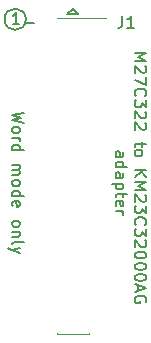
<source format=gbr>
%TF.GenerationSoftware,KiCad,Pcbnew,(6.0.7)*%
%TF.CreationDate,2022-08-07T18:47:51-07:00*%
%TF.ProjectId,M27C322-to-KM23C32000AG-adapter,4d323743-3332-4322-9d74-6f2d4b4d3233,rev?*%
%TF.SameCoordinates,Original*%
%TF.FileFunction,Legend,Top*%
%TF.FilePolarity,Positive*%
%FSLAX46Y46*%
G04 Gerber Fmt 4.6, Leading zero omitted, Abs format (unit mm)*
G04 Created by KiCad (PCBNEW (6.0.7)) date 2022-08-07 18:47:51*
%MOMM*%
%LPD*%
G01*
G04 APERTURE LIST*
G04 Aperture macros list*
%AMFreePoly0*
4,1,43,0.067453,0.524421,0.088820,0.521227,0.211929,0.484410,0.231542,0.475348,0.339368,0.405458,0.352846,0.393700,0.635000,0.393700,0.683980,0.375873,0.710042,0.330732,0.711200,0.317500,0.711200,-0.317500,0.693373,-0.366480,0.648232,-0.392542,0.635000,-0.393700,0.351531,-0.393700,0.345985,-0.399827,0.329361,-0.413629,0.219858,-0.480863,0.200030,-0.489443,0.076059,-0.523242,
0.054619,-0.525912,-0.073855,-0.523557,-0.095181,-0.520103,-0.217831,-0.481785,-0.237332,-0.472484,-0.344297,-0.401282,-0.352777,-0.393700,-0.635000,-0.393700,-0.683980,-0.375873,-0.710042,-0.330732,-0.711200,-0.317500,-0.711200,0.317500,-0.693373,0.366480,-0.648232,0.392542,-0.635000,0.393700,-0.352495,0.393700,-0.350843,0.395571,-0.334389,0.409574,-0.225716,0.478141,-0.205995,0.486962,
-0.082446,0.522273,-0.061040,0.525206,0.067453,0.524421,0.067453,0.524421,$1*%
G04 Aperture macros list end*
%ADD10C,0.150000*%
%ADD11C,0.120000*%
%ADD12FreePoly0,180.000000*%
%ADD13R,2.100000X0.750000*%
G04 APERTURE END LIST*
D10*
X149250000Y-67970000D02*
X148330000Y-67970000D01*
X148780000Y-67500000D02*
X149250000Y-67970000D01*
X144820001Y-68410000D02*
G75*
G03*
X144820001Y-68410000I-905097J0D01*
G01*
X144790000Y-68750000D02*
X145510000Y-68750000D01*
X148330000Y-67950000D02*
X148780000Y-67500000D01*
X154022619Y-71281428D02*
X155022619Y-71281428D01*
X154308333Y-71614761D01*
X155022619Y-71948095D01*
X154022619Y-71948095D01*
X154927380Y-72376666D02*
X154975000Y-72424285D01*
X155022619Y-72519523D01*
X155022619Y-72757619D01*
X154975000Y-72852857D01*
X154927380Y-72900476D01*
X154832142Y-72948095D01*
X154736904Y-72948095D01*
X154594047Y-72900476D01*
X154022619Y-72329047D01*
X154022619Y-72948095D01*
X155022619Y-73281428D02*
X155022619Y-73948095D01*
X154022619Y-73519523D01*
X154117857Y-74900476D02*
X154070238Y-74852857D01*
X154022619Y-74710000D01*
X154022619Y-74614761D01*
X154070238Y-74471904D01*
X154165476Y-74376666D01*
X154260714Y-74329047D01*
X154451190Y-74281428D01*
X154594047Y-74281428D01*
X154784523Y-74329047D01*
X154879761Y-74376666D01*
X154975000Y-74471904D01*
X155022619Y-74614761D01*
X155022619Y-74710000D01*
X154975000Y-74852857D01*
X154927380Y-74900476D01*
X155022619Y-75233809D02*
X155022619Y-75852857D01*
X154641666Y-75519523D01*
X154641666Y-75662380D01*
X154594047Y-75757619D01*
X154546428Y-75805238D01*
X154451190Y-75852857D01*
X154213095Y-75852857D01*
X154117857Y-75805238D01*
X154070238Y-75757619D01*
X154022619Y-75662380D01*
X154022619Y-75376666D01*
X154070238Y-75281428D01*
X154117857Y-75233809D01*
X154927380Y-76233809D02*
X154975000Y-76281428D01*
X155022619Y-76376666D01*
X155022619Y-76614761D01*
X154975000Y-76710000D01*
X154927380Y-76757619D01*
X154832142Y-76805238D01*
X154736904Y-76805238D01*
X154594047Y-76757619D01*
X154022619Y-76186190D01*
X154022619Y-76805238D01*
X154927380Y-77186190D02*
X154975000Y-77233809D01*
X155022619Y-77329047D01*
X155022619Y-77567142D01*
X154975000Y-77662380D01*
X154927380Y-77710000D01*
X154832142Y-77757619D01*
X154736904Y-77757619D01*
X154594047Y-77710000D01*
X154022619Y-77138571D01*
X154022619Y-77757619D01*
X154689285Y-78805238D02*
X154689285Y-79186190D01*
X155022619Y-78948095D02*
X154165476Y-78948095D01*
X154070238Y-78995714D01*
X154022619Y-79090952D01*
X154022619Y-79186190D01*
X154022619Y-79662380D02*
X154070238Y-79567142D01*
X154117857Y-79519523D01*
X154213095Y-79471904D01*
X154498809Y-79471904D01*
X154594047Y-79519523D01*
X154641666Y-79567142D01*
X154689285Y-79662380D01*
X154689285Y-79805238D01*
X154641666Y-79900476D01*
X154594047Y-79948095D01*
X154498809Y-79995714D01*
X154213095Y-79995714D01*
X154117857Y-79948095D01*
X154070238Y-79900476D01*
X154022619Y-79805238D01*
X154022619Y-79662380D01*
X154022619Y-81186190D02*
X155022619Y-81186190D01*
X154022619Y-81757619D02*
X154594047Y-81329047D01*
X155022619Y-81757619D02*
X154451190Y-81186190D01*
X154022619Y-82186190D02*
X155022619Y-82186190D01*
X154308333Y-82519523D01*
X155022619Y-82852857D01*
X154022619Y-82852857D01*
X154927380Y-83281428D02*
X154975000Y-83329047D01*
X155022619Y-83424285D01*
X155022619Y-83662380D01*
X154975000Y-83757619D01*
X154927380Y-83805238D01*
X154832142Y-83852857D01*
X154736904Y-83852857D01*
X154594047Y-83805238D01*
X154022619Y-83233809D01*
X154022619Y-83852857D01*
X155022619Y-84186190D02*
X155022619Y-84805238D01*
X154641666Y-84471904D01*
X154641666Y-84614761D01*
X154594047Y-84710000D01*
X154546428Y-84757619D01*
X154451190Y-84805238D01*
X154213095Y-84805238D01*
X154117857Y-84757619D01*
X154070238Y-84710000D01*
X154022619Y-84614761D01*
X154022619Y-84329047D01*
X154070238Y-84233809D01*
X154117857Y-84186190D01*
X154117857Y-85805238D02*
X154070238Y-85757619D01*
X154022619Y-85614761D01*
X154022619Y-85519523D01*
X154070238Y-85376666D01*
X154165476Y-85281428D01*
X154260714Y-85233809D01*
X154451190Y-85186190D01*
X154594047Y-85186190D01*
X154784523Y-85233809D01*
X154879761Y-85281428D01*
X154975000Y-85376666D01*
X155022619Y-85519523D01*
X155022619Y-85614761D01*
X154975000Y-85757619D01*
X154927380Y-85805238D01*
X155022619Y-86138571D02*
X155022619Y-86757619D01*
X154641666Y-86424285D01*
X154641666Y-86567142D01*
X154594047Y-86662380D01*
X154546428Y-86710000D01*
X154451190Y-86757619D01*
X154213095Y-86757619D01*
X154117857Y-86710000D01*
X154070238Y-86662380D01*
X154022619Y-86567142D01*
X154022619Y-86281428D01*
X154070238Y-86186190D01*
X154117857Y-86138571D01*
X154927380Y-87138571D02*
X154975000Y-87186190D01*
X155022619Y-87281428D01*
X155022619Y-87519523D01*
X154975000Y-87614761D01*
X154927380Y-87662380D01*
X154832142Y-87710000D01*
X154736904Y-87710000D01*
X154594047Y-87662380D01*
X154022619Y-87090952D01*
X154022619Y-87710000D01*
X155022619Y-88329047D02*
X155022619Y-88424285D01*
X154975000Y-88519523D01*
X154927380Y-88567142D01*
X154832142Y-88614761D01*
X154641666Y-88662380D01*
X154403571Y-88662380D01*
X154213095Y-88614761D01*
X154117857Y-88567142D01*
X154070238Y-88519523D01*
X154022619Y-88424285D01*
X154022619Y-88329047D01*
X154070238Y-88233809D01*
X154117857Y-88186190D01*
X154213095Y-88138571D01*
X154403571Y-88090952D01*
X154641666Y-88090952D01*
X154832142Y-88138571D01*
X154927380Y-88186190D01*
X154975000Y-88233809D01*
X155022619Y-88329047D01*
X155022619Y-89281428D02*
X155022619Y-89376666D01*
X154975000Y-89471904D01*
X154927380Y-89519523D01*
X154832142Y-89567142D01*
X154641666Y-89614761D01*
X154403571Y-89614761D01*
X154213095Y-89567142D01*
X154117857Y-89519523D01*
X154070238Y-89471904D01*
X154022619Y-89376666D01*
X154022619Y-89281428D01*
X154070238Y-89186190D01*
X154117857Y-89138571D01*
X154213095Y-89090952D01*
X154403571Y-89043333D01*
X154641666Y-89043333D01*
X154832142Y-89090952D01*
X154927380Y-89138571D01*
X154975000Y-89186190D01*
X155022619Y-89281428D01*
X155022619Y-90233809D02*
X155022619Y-90329047D01*
X154975000Y-90424285D01*
X154927380Y-90471904D01*
X154832142Y-90519523D01*
X154641666Y-90567142D01*
X154403571Y-90567142D01*
X154213095Y-90519523D01*
X154117857Y-90471904D01*
X154070238Y-90424285D01*
X154022619Y-90329047D01*
X154022619Y-90233809D01*
X154070238Y-90138571D01*
X154117857Y-90090952D01*
X154213095Y-90043333D01*
X154403571Y-89995714D01*
X154641666Y-89995714D01*
X154832142Y-90043333D01*
X154927380Y-90090952D01*
X154975000Y-90138571D01*
X155022619Y-90233809D01*
X154308333Y-90948095D02*
X154308333Y-91424285D01*
X154022619Y-90852857D02*
X155022619Y-91186190D01*
X154022619Y-91519523D01*
X154975000Y-92376666D02*
X155022619Y-92281428D01*
X155022619Y-92138571D01*
X154975000Y-91995714D01*
X154879761Y-91900476D01*
X154784523Y-91852857D01*
X154594047Y-91805238D01*
X154451190Y-91805238D01*
X154260714Y-91852857D01*
X154165476Y-91900476D01*
X154070238Y-91995714D01*
X154022619Y-92138571D01*
X154022619Y-92233809D01*
X154070238Y-92376666D01*
X154117857Y-92424285D01*
X154451190Y-92424285D01*
X154451190Y-92233809D01*
X152412619Y-80043333D02*
X152936428Y-80043333D01*
X153031666Y-79995714D01*
X153079285Y-79900476D01*
X153079285Y-79710000D01*
X153031666Y-79614761D01*
X152460238Y-80043333D02*
X152412619Y-79948095D01*
X152412619Y-79710000D01*
X152460238Y-79614761D01*
X152555476Y-79567142D01*
X152650714Y-79567142D01*
X152745952Y-79614761D01*
X152793571Y-79710000D01*
X152793571Y-79948095D01*
X152841190Y-80043333D01*
X152412619Y-80948095D02*
X153412619Y-80948095D01*
X152460238Y-80948095D02*
X152412619Y-80852857D01*
X152412619Y-80662380D01*
X152460238Y-80567142D01*
X152507857Y-80519523D01*
X152603095Y-80471904D01*
X152888809Y-80471904D01*
X152984047Y-80519523D01*
X153031666Y-80567142D01*
X153079285Y-80662380D01*
X153079285Y-80852857D01*
X153031666Y-80948095D01*
X152412619Y-81852857D02*
X152936428Y-81852857D01*
X153031666Y-81805238D01*
X153079285Y-81710000D01*
X153079285Y-81519523D01*
X153031666Y-81424285D01*
X152460238Y-81852857D02*
X152412619Y-81757619D01*
X152412619Y-81519523D01*
X152460238Y-81424285D01*
X152555476Y-81376666D01*
X152650714Y-81376666D01*
X152745952Y-81424285D01*
X152793571Y-81519523D01*
X152793571Y-81757619D01*
X152841190Y-81852857D01*
X153079285Y-82329047D02*
X152079285Y-82329047D01*
X153031666Y-82329047D02*
X153079285Y-82424285D01*
X153079285Y-82614761D01*
X153031666Y-82710000D01*
X152984047Y-82757619D01*
X152888809Y-82805238D01*
X152603095Y-82805238D01*
X152507857Y-82757619D01*
X152460238Y-82710000D01*
X152412619Y-82614761D01*
X152412619Y-82424285D01*
X152460238Y-82329047D01*
X153079285Y-83090952D02*
X153079285Y-83471904D01*
X153412619Y-83233809D02*
X152555476Y-83233809D01*
X152460238Y-83281428D01*
X152412619Y-83376666D01*
X152412619Y-83471904D01*
X152460238Y-84186190D02*
X152412619Y-84090952D01*
X152412619Y-83900476D01*
X152460238Y-83805238D01*
X152555476Y-83757619D01*
X152936428Y-83757619D01*
X153031666Y-83805238D01*
X153079285Y-83900476D01*
X153079285Y-84090952D01*
X153031666Y-84186190D01*
X152936428Y-84233809D01*
X152841190Y-84233809D01*
X152745952Y-83757619D01*
X152412619Y-84662380D02*
X153079285Y-84662380D01*
X152888809Y-84662380D02*
X152984047Y-84710000D01*
X153031666Y-84757619D01*
X153079285Y-84852857D01*
X153079285Y-84948095D01*
X144657619Y-76307619D02*
X143657619Y-76545714D01*
X144371904Y-76736190D01*
X143657619Y-76926666D01*
X144657619Y-77164761D01*
X143657619Y-77688571D02*
X143705238Y-77593333D01*
X143752857Y-77545714D01*
X143848095Y-77498095D01*
X144133809Y-77498095D01*
X144229047Y-77545714D01*
X144276666Y-77593333D01*
X144324285Y-77688571D01*
X144324285Y-77831428D01*
X144276666Y-77926666D01*
X144229047Y-77974285D01*
X144133809Y-78021904D01*
X143848095Y-78021904D01*
X143752857Y-77974285D01*
X143705238Y-77926666D01*
X143657619Y-77831428D01*
X143657619Y-77688571D01*
X143657619Y-78450476D02*
X144324285Y-78450476D01*
X144133809Y-78450476D02*
X144229047Y-78498095D01*
X144276666Y-78545714D01*
X144324285Y-78640952D01*
X144324285Y-78736190D01*
X143657619Y-79498095D02*
X144657619Y-79498095D01*
X143705238Y-79498095D02*
X143657619Y-79402857D01*
X143657619Y-79212380D01*
X143705238Y-79117142D01*
X143752857Y-79069523D01*
X143848095Y-79021904D01*
X144133809Y-79021904D01*
X144229047Y-79069523D01*
X144276666Y-79117142D01*
X144324285Y-79212380D01*
X144324285Y-79402857D01*
X144276666Y-79498095D01*
X143657619Y-80736190D02*
X144324285Y-80736190D01*
X144229047Y-80736190D02*
X144276666Y-80783809D01*
X144324285Y-80879047D01*
X144324285Y-81021904D01*
X144276666Y-81117142D01*
X144181428Y-81164761D01*
X143657619Y-81164761D01*
X144181428Y-81164761D02*
X144276666Y-81212380D01*
X144324285Y-81307619D01*
X144324285Y-81450476D01*
X144276666Y-81545714D01*
X144181428Y-81593333D01*
X143657619Y-81593333D01*
X143657619Y-82212380D02*
X143705238Y-82117142D01*
X143752857Y-82069523D01*
X143848095Y-82021904D01*
X144133809Y-82021904D01*
X144229047Y-82069523D01*
X144276666Y-82117142D01*
X144324285Y-82212380D01*
X144324285Y-82355238D01*
X144276666Y-82450476D01*
X144229047Y-82498095D01*
X144133809Y-82545714D01*
X143848095Y-82545714D01*
X143752857Y-82498095D01*
X143705238Y-82450476D01*
X143657619Y-82355238D01*
X143657619Y-82212380D01*
X143657619Y-83402857D02*
X144657619Y-83402857D01*
X143705238Y-83402857D02*
X143657619Y-83307619D01*
X143657619Y-83117142D01*
X143705238Y-83021904D01*
X143752857Y-82974285D01*
X143848095Y-82926666D01*
X144133809Y-82926666D01*
X144229047Y-82974285D01*
X144276666Y-83021904D01*
X144324285Y-83117142D01*
X144324285Y-83307619D01*
X144276666Y-83402857D01*
X143705238Y-84260000D02*
X143657619Y-84164761D01*
X143657619Y-83974285D01*
X143705238Y-83879047D01*
X143800476Y-83831428D01*
X144181428Y-83831428D01*
X144276666Y-83879047D01*
X144324285Y-83974285D01*
X144324285Y-84164761D01*
X144276666Y-84260000D01*
X144181428Y-84307619D01*
X144086190Y-84307619D01*
X143990952Y-83831428D01*
X143657619Y-85640952D02*
X143705238Y-85545714D01*
X143752857Y-85498095D01*
X143848095Y-85450476D01*
X144133809Y-85450476D01*
X144229047Y-85498095D01*
X144276666Y-85545714D01*
X144324285Y-85640952D01*
X144324285Y-85783809D01*
X144276666Y-85879047D01*
X144229047Y-85926666D01*
X144133809Y-85974285D01*
X143848095Y-85974285D01*
X143752857Y-85926666D01*
X143705238Y-85879047D01*
X143657619Y-85783809D01*
X143657619Y-85640952D01*
X144324285Y-86402857D02*
X143657619Y-86402857D01*
X144229047Y-86402857D02*
X144276666Y-86450476D01*
X144324285Y-86545714D01*
X144324285Y-86688571D01*
X144276666Y-86783809D01*
X144181428Y-86831428D01*
X143657619Y-86831428D01*
X143657619Y-87450476D02*
X143705238Y-87355238D01*
X143800476Y-87307619D01*
X144657619Y-87307619D01*
X144324285Y-87736190D02*
X143657619Y-87974285D01*
X144324285Y-88212380D02*
X143657619Y-87974285D01*
X143419523Y-87879047D01*
X143371904Y-87831428D01*
X143324285Y-87736190D01*
X144275714Y-68832380D02*
X143704285Y-68832380D01*
X143990000Y-68832380D02*
X143990000Y-67832380D01*
X143894761Y-67975238D01*
X143799523Y-68070476D01*
X143704285Y-68118095D01*
%TO.C,J1*%
X152986666Y-68132380D02*
X152986666Y-68846666D01*
X152939047Y-68989523D01*
X152843809Y-69084761D01*
X152700952Y-69132380D01*
X152605714Y-69132380D01*
X153986666Y-69132380D02*
X153415238Y-69132380D01*
X153700952Y-69132380D02*
X153700952Y-68132380D01*
X153605714Y-68275238D01*
X153510476Y-68370476D01*
X153415238Y-68418095D01*
D11*
X150150000Y-95005000D02*
X150150000Y-95065000D01*
X147490000Y-68275000D02*
X147490000Y-68335000D01*
X147490000Y-68275000D02*
X150150000Y-68275000D01*
X150150000Y-68275000D02*
X150150000Y-68335000D01*
X147490000Y-95005000D02*
X147490000Y-95065000D01*
X147490000Y-95065000D02*
X150150000Y-95065000D01*
X150150000Y-68335000D02*
X151610000Y-68335000D01*
%TD*%
%LPC*%
D12*
%TO.C,U1*%
X141359000Y-68335000D03*
X141359000Y-69605000D03*
X141359000Y-70875000D03*
X141359000Y-72145000D03*
X141359000Y-73415000D03*
X141359000Y-74685000D03*
X141359000Y-75955000D03*
X141359000Y-77225000D03*
X141359000Y-78495000D03*
X141359000Y-79765000D03*
X141359000Y-81035000D03*
X141359000Y-82305000D03*
X141359000Y-83575000D03*
X141359000Y-84845000D03*
X141359000Y-86115000D03*
X141359000Y-87385000D03*
X141359000Y-88655000D03*
X141359000Y-89925000D03*
X141359000Y-91195000D03*
X141359000Y-92465000D03*
X141359000Y-93735000D03*
X141359000Y-95005000D03*
X156281500Y-95005000D03*
X156281500Y-93735000D03*
X156281500Y-92465000D03*
X156281500Y-91195000D03*
X156281500Y-89925000D03*
X156281500Y-88655000D03*
X156281500Y-87385000D03*
X156281500Y-86115000D03*
X156281500Y-84845000D03*
X156281500Y-83575000D03*
X156281500Y-82305000D03*
X156281500Y-81035000D03*
X156281500Y-79765000D03*
X156281500Y-78495000D03*
X156281500Y-77225000D03*
X156281500Y-75955000D03*
X156281500Y-74685000D03*
X156281500Y-73415000D03*
X156281500Y-72145000D03*
X156281500Y-70875000D03*
X156281500Y-69605000D03*
X156281500Y-68335000D03*
%TD*%
D13*
%TO.C,J1*%
X147020000Y-68970000D03*
X147020000Y-70240000D03*
X147020000Y-71510000D03*
X147020000Y-72780000D03*
X147020000Y-74050000D03*
X147020000Y-75320000D03*
X147020000Y-76590000D03*
X147020000Y-77860000D03*
X147020000Y-79130000D03*
X147020000Y-80400000D03*
X147020000Y-81670000D03*
X147020000Y-82940000D03*
X147020000Y-84210000D03*
X147020000Y-85480000D03*
X147020000Y-86750000D03*
X147020000Y-88020000D03*
X147020000Y-89290000D03*
X147020000Y-90560000D03*
X147020000Y-91830000D03*
X147020000Y-93100000D03*
X147020000Y-94370000D03*
X150620000Y-94370000D03*
X150620000Y-93100000D03*
X150620000Y-91830000D03*
X150620000Y-90560000D03*
X150620000Y-89290000D03*
X150620000Y-88020000D03*
X150620000Y-86750000D03*
X150620000Y-85480000D03*
X150620000Y-84210000D03*
X150620000Y-82940000D03*
X150620000Y-81670000D03*
X150620000Y-80400000D03*
X150620000Y-79130000D03*
X150620000Y-77860000D03*
X150620000Y-76590000D03*
X150620000Y-75320000D03*
X150620000Y-74050000D03*
X150620000Y-72780000D03*
X150620000Y-71510000D03*
X150620000Y-70240000D03*
X150620000Y-68970000D03*
%TD*%
M02*

</source>
